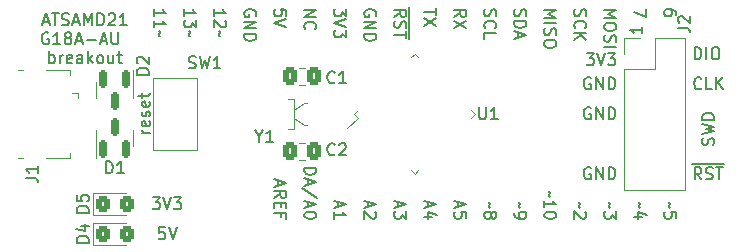
<source format=gto>
G04 #@! TF.GenerationSoftware,KiCad,Pcbnew,(6.0.9)*
G04 #@! TF.CreationDate,2022-11-19T12:24:37+01:00*
G04 #@! TF.ProjectId,SAMD21 breakout,53414d44-3231-4206-9272-65616b6f7574,rev?*
G04 #@! TF.SameCoordinates,Original*
G04 #@! TF.FileFunction,Legend,Top*
G04 #@! TF.FilePolarity,Positive*
%FSLAX46Y46*%
G04 Gerber Fmt 4.6, Leading zero omitted, Abs format (unit mm)*
G04 Created by KiCad (PCBNEW (6.0.9)) date 2022-11-19 12:24:37*
%MOMM*%
%LPD*%
G01*
G04 APERTURE LIST*
G04 Aperture macros list*
%AMRoundRect*
0 Rectangle with rounded corners*
0 $1 Rounding radius*
0 $2 $3 $4 $5 $6 $7 $8 $9 X,Y pos of 4 corners*
0 Add a 4 corners polygon primitive as box body*
4,1,4,$2,$3,$4,$5,$6,$7,$8,$9,$2,$3,0*
0 Add four circle primitives for the rounded corners*
1,1,$1+$1,$2,$3*
1,1,$1+$1,$4,$5*
1,1,$1+$1,$6,$7*
1,1,$1+$1,$8,$9*
0 Add four rect primitives between the rounded corners*
20,1,$1+$1,$2,$3,$4,$5,0*
20,1,$1+$1,$4,$5,$6,$7,0*
20,1,$1+$1,$6,$7,$8,$9,0*
20,1,$1+$1,$8,$9,$2,$3,0*%
G04 Aperture macros list end*
%ADD10C,0.150000*%
%ADD11C,0.120000*%
%ADD12RoundRect,0.250000X-0.325000X-0.450000X0.325000X-0.450000X0.325000X0.450000X-0.325000X0.450000X0*%
%ADD13RoundRect,0.150000X0.150000X-0.587500X0.150000X0.587500X-0.150000X0.587500X-0.150000X-0.587500X0*%
%ADD14R,1.700000X1.700000*%
%ADD15O,1.700000X1.700000*%
%ADD16RoundRect,0.150000X-0.150000X0.587500X-0.150000X-0.587500X0.150000X-0.587500X0.150000X0.587500X0*%
%ADD17RoundRect,0.250000X0.337500X0.475000X-0.337500X0.475000X-0.337500X-0.475000X0.337500X-0.475000X0*%
%ADD18C,1.000000*%
%ADD19R,6.500000X2.200000*%
%ADD20R,1.500000X1.500000*%
%ADD21C,2.200000*%
%ADD22RoundRect,0.075000X-0.415425X-0.521491X0.521491X0.415425X0.415425X0.521491X-0.521491X-0.415425X0*%
%ADD23RoundRect,0.075000X0.415425X-0.521491X0.521491X-0.415425X-0.415425X0.521491X-0.521491X0.415425X0*%
%ADD24R,1.350000X0.400000*%
%ADD25O,1.550000X0.890000*%
%ADD26R,1.550000X1.200000*%
%ADD27R,1.550000X1.500000*%
%ADD28O,0.950000X1.250000*%
G04 APERTURE END LIST*
D10*
X26318785Y10660000D02*
X26223547Y10707619D01*
X26080690Y10707619D01*
X25937833Y10660000D01*
X25842595Y10564761D01*
X25794976Y10469523D01*
X25747357Y10279047D01*
X25747357Y10136190D01*
X25794976Y9945714D01*
X25842595Y9850476D01*
X25937833Y9755238D01*
X26080690Y9707619D01*
X26175928Y9707619D01*
X26318785Y9755238D01*
X26366404Y9802857D01*
X26366404Y10136190D01*
X26175928Y10136190D01*
X26794976Y9707619D02*
X26794976Y10707619D01*
X27366404Y9707619D01*
X27366404Y10707619D01*
X27842595Y9707619D02*
X27842595Y10707619D01*
X28080690Y10707619D01*
X28223547Y10660000D01*
X28318785Y10564761D01*
X28366404Y10469523D01*
X28414023Y10279047D01*
X28414023Y10136190D01*
X28366404Y9945714D01*
X28318785Y9850476D01*
X28223547Y9755238D01*
X28080690Y9707619D01*
X27842595Y9707619D01*
X25985452Y15279619D02*
X26604500Y15279619D01*
X26271166Y14898666D01*
X26414023Y14898666D01*
X26509261Y14851047D01*
X26556880Y14803428D01*
X26604500Y14708190D01*
X26604500Y14470095D01*
X26556880Y14374857D01*
X26509261Y14327238D01*
X26414023Y14279619D01*
X26128309Y14279619D01*
X26033071Y14327238D01*
X25985452Y14374857D01*
X26890214Y15279619D02*
X27223547Y14279619D01*
X27556880Y15279619D01*
X27794976Y15279619D02*
X28414023Y15279619D01*
X28080690Y14898666D01*
X28223547Y14898666D01*
X28318785Y14851047D01*
X28366404Y14803428D01*
X28414023Y14708190D01*
X28414023Y14470095D01*
X28366404Y14374857D01*
X28318785Y14327238D01*
X28223547Y14279619D01*
X27937833Y14279619D01*
X27842595Y14327238D01*
X27794976Y14374857D01*
X4913333Y2732547D02*
X4913333Y2256357D01*
X4627619Y2827785D02*
X5627619Y2494452D01*
X4627619Y2161119D01*
X4627619Y1303976D02*
X4627619Y1875404D01*
X4627619Y1589690D02*
X5627619Y1589690D01*
X5484761Y1684928D01*
X5389523Y1780166D01*
X5341904Y1875404D01*
X26318785Y13200000D02*
X26223547Y13247619D01*
X26080690Y13247619D01*
X25937833Y13200000D01*
X25842595Y13104761D01*
X25794976Y13009523D01*
X25747357Y12819047D01*
X25747357Y12676190D01*
X25794976Y12485714D01*
X25842595Y12390476D01*
X25937833Y12295238D01*
X26080690Y12247619D01*
X26175928Y12247619D01*
X26318785Y12295238D01*
X26366404Y12342857D01*
X26366404Y12676190D01*
X26175928Y12676190D01*
X26794976Y12247619D02*
X26794976Y13247619D01*
X27366404Y12247619D01*
X27366404Y13247619D01*
X27842595Y12247619D02*
X27842595Y13247619D01*
X28080690Y13247619D01*
X28223547Y13200000D01*
X28318785Y13104761D01*
X28366404Y13009523D01*
X28414023Y12819047D01*
X28414023Y12676190D01*
X28366404Y12485714D01*
X28318785Y12390476D01*
X28223547Y12295238D01*
X28080690Y12247619D01*
X27842595Y12247619D01*
X20248571Y2684928D02*
X20296190Y2637309D01*
X20343809Y2542071D01*
X20248571Y2351595D01*
X20296190Y2256357D01*
X20343809Y2208738D01*
X19867619Y1780166D02*
X19867619Y1589690D01*
X19915238Y1494452D01*
X19962857Y1446833D01*
X20105714Y1351595D01*
X20296190Y1303976D01*
X20677142Y1303976D01*
X20772380Y1351595D01*
X20820000Y1399214D01*
X20867619Y1494452D01*
X20867619Y1684928D01*
X20820000Y1780166D01*
X20772380Y1827785D01*
X20677142Y1875404D01*
X20439047Y1875404D01*
X20343809Y1827785D01*
X20296190Y1780166D01*
X20248571Y1684928D01*
X20248571Y1494452D01*
X20296190Y1399214D01*
X20343809Y1351595D01*
X20439047Y1303976D01*
X-10977619Y8540952D02*
X-11644285Y8540952D01*
X-11453809Y8540952D02*
X-11549047Y8588571D01*
X-11596666Y8636190D01*
X-11644285Y8731428D01*
X-11644285Y8826666D01*
X-11025238Y9540952D02*
X-10977619Y9445714D01*
X-10977619Y9255238D01*
X-11025238Y9159999D01*
X-11120476Y9112380D01*
X-11501428Y9112380D01*
X-11596666Y9159999D01*
X-11644285Y9255238D01*
X-11644285Y9445714D01*
X-11596666Y9540952D01*
X-11501428Y9588571D01*
X-11406190Y9588571D01*
X-11310952Y9112380D01*
X-11025238Y9969523D02*
X-10977619Y10064761D01*
X-10977619Y10255238D01*
X-11025238Y10350476D01*
X-11120476Y10398095D01*
X-11168095Y10398095D01*
X-11263333Y10350476D01*
X-11310952Y10255238D01*
X-11310952Y10112380D01*
X-11358571Y10017142D01*
X-11453809Y9969523D01*
X-11501428Y9969523D01*
X-11596666Y10017142D01*
X-11644285Y10112380D01*
X-11644285Y10255238D01*
X-11596666Y10350476D01*
X-11025238Y11207619D02*
X-10977619Y11112380D01*
X-10977619Y10921904D01*
X-11025238Y10826666D01*
X-11120476Y10779047D01*
X-11501428Y10779047D01*
X-11596666Y10826666D01*
X-11644285Y10921904D01*
X-11644285Y11112380D01*
X-11596666Y11207619D01*
X-11501428Y11255238D01*
X-11406190Y11255238D01*
X-11310952Y10779047D01*
X-11644285Y11540952D02*
X-11644285Y11921904D01*
X-11977619Y11683809D02*
X-11120476Y11683809D01*
X-11025238Y11731428D01*
X-10977619Y11826666D01*
X-10977619Y11921904D01*
X17708571Y2684928D02*
X17756190Y2637309D01*
X17803809Y2542071D01*
X17708571Y2351595D01*
X17756190Y2256357D01*
X17803809Y2208738D01*
X17899047Y1684928D02*
X17946666Y1780166D01*
X17994285Y1827785D01*
X18089523Y1875404D01*
X18137142Y1875404D01*
X18232380Y1827785D01*
X18280000Y1780166D01*
X18327619Y1684928D01*
X18327619Y1494452D01*
X18280000Y1399214D01*
X18232380Y1351595D01*
X18137142Y1303976D01*
X18089523Y1303976D01*
X17994285Y1351595D01*
X17946666Y1399214D01*
X17899047Y1494452D01*
X17899047Y1684928D01*
X17851428Y1780166D01*
X17803809Y1827785D01*
X17708571Y1875404D01*
X17518095Y1875404D01*
X17422857Y1827785D01*
X17375238Y1780166D01*
X17327619Y1684928D01*
X17327619Y1494452D01*
X17375238Y1399214D01*
X17422857Y1351595D01*
X17518095Y1303976D01*
X17708571Y1303976D01*
X17803809Y1351595D01*
X17851428Y1399214D01*
X17899047Y1494452D01*
X-5532380Y18444595D02*
X-5532380Y19016023D01*
X-5532380Y18730309D02*
X-4532380Y18730309D01*
X-4675238Y18825547D01*
X-4770476Y18920785D01*
X-4818095Y19016023D01*
X-4627619Y18063642D02*
X-4580000Y18016023D01*
X-4532380Y17920785D01*
X-4532380Y17682690D01*
X-4580000Y17587452D01*
X-4627619Y17539833D01*
X-4722857Y17492214D01*
X-4818095Y17492214D01*
X-4960952Y17539833D01*
X-5532380Y18111261D01*
X-5532380Y17492214D01*
X-5151428Y17206500D02*
X-5103809Y17158880D01*
X-5056190Y17063642D01*
X-5151428Y16873166D01*
X-5103809Y16777928D01*
X-5056190Y16730309D01*
X5627619Y19063642D02*
X5627619Y18444595D01*
X5246666Y18777928D01*
X5246666Y18635071D01*
X5199047Y18539833D01*
X5151428Y18492214D01*
X5056190Y18444595D01*
X4818095Y18444595D01*
X4722857Y18492214D01*
X4675238Y18539833D01*
X4627619Y18635071D01*
X4627619Y18920785D01*
X4675238Y19016023D01*
X4722857Y19063642D01*
X5627619Y18158880D02*
X4627619Y17825547D01*
X5627619Y17492214D01*
X5627619Y17254119D02*
X5627619Y16635071D01*
X5246666Y16968404D01*
X5246666Y16825547D01*
X5199047Y16730309D01*
X5151428Y16682690D01*
X5056190Y16635071D01*
X4818095Y16635071D01*
X4722857Y16682690D01*
X4675238Y16730309D01*
X4627619Y16825547D01*
X4627619Y17111261D01*
X4675238Y17206500D01*
X4722857Y17254119D01*
X13247619Y19111261D02*
X13247619Y18539833D01*
X12247619Y18825547D02*
X13247619Y18825547D01*
X13247619Y18301738D02*
X12247619Y17635071D01*
X13247619Y17635071D02*
X12247619Y18301738D01*
X8120000Y18444595D02*
X8167619Y18539833D01*
X8167619Y18682690D01*
X8120000Y18825547D01*
X8024761Y18920785D01*
X7929523Y18968404D01*
X7739047Y19016023D01*
X7596190Y19016023D01*
X7405714Y18968404D01*
X7310476Y18920785D01*
X7215238Y18825547D01*
X7167619Y18682690D01*
X7167619Y18587452D01*
X7215238Y18444595D01*
X7262857Y18396976D01*
X7596190Y18396976D01*
X7596190Y18587452D01*
X7167619Y17968404D02*
X8167619Y17968404D01*
X7167619Y17396976D01*
X8167619Y17396976D01*
X7167619Y16920785D02*
X8167619Y16920785D01*
X8167619Y16682690D01*
X8120000Y16539833D01*
X8024761Y16444595D01*
X7929523Y16396976D01*
X7739047Y16349357D01*
X7596190Y16349357D01*
X7405714Y16396976D01*
X7310476Y16444595D01*
X7215238Y16539833D01*
X7167619Y16682690D01*
X7167619Y16920785D01*
X22788571Y3637309D02*
X22836190Y3589690D01*
X22883809Y3494452D01*
X22788571Y3303976D01*
X22836190Y3208738D01*
X22883809Y3161119D01*
X22407619Y2256357D02*
X22407619Y2827785D01*
X22407619Y2542071D02*
X23407619Y2542071D01*
X23264761Y2637309D01*
X23169523Y2732547D01*
X23121904Y2827785D01*
X23407619Y1637309D02*
X23407619Y1542071D01*
X23360000Y1446833D01*
X23312380Y1399214D01*
X23217142Y1351595D01*
X23026666Y1303976D01*
X22788571Y1303976D01*
X22598095Y1351595D01*
X22502857Y1399214D01*
X22455238Y1446833D01*
X22407619Y1542071D01*
X22407619Y1637309D01*
X22455238Y1732547D01*
X22502857Y1780166D01*
X22598095Y1827785D01*
X22788571Y1875404D01*
X23026666Y1875404D01*
X23217142Y1827785D01*
X23312380Y1780166D01*
X23360000Y1732547D01*
X23407619Y1637309D01*
X30678380Y17557714D02*
X30678380Y16986285D01*
X30678380Y17272000D02*
X29678380Y17272000D01*
X29821238Y17176761D01*
X29916476Y17081523D01*
X29964095Y16986285D01*
X-10612380Y18444595D02*
X-10612380Y19016023D01*
X-10612380Y18730309D02*
X-9612380Y18730309D01*
X-9755238Y18825547D01*
X-9850476Y18920785D01*
X-9898095Y19016023D01*
X-10612380Y17492214D02*
X-10612380Y18063642D01*
X-10612380Y17777928D02*
X-9612380Y17777928D01*
X-9755238Y17873166D01*
X-9850476Y17968404D01*
X-9898095Y18063642D01*
X-10231428Y17206500D02*
X-10183809Y17158880D01*
X-10136190Y17063642D01*
X-10231428Y16873166D01*
X-10183809Y16777928D01*
X-10136190Y16730309D01*
X12533333Y2732547D02*
X12533333Y2256357D01*
X12247619Y2827785D02*
X13247619Y2494452D01*
X12247619Y2161119D01*
X12914285Y1399214D02*
X12247619Y1399214D01*
X13295238Y1637309D02*
X12580952Y1875404D01*
X12580952Y1256357D01*
X27487619Y18968404D02*
X28487619Y18968404D01*
X27773333Y18635071D01*
X28487619Y18301738D01*
X27487619Y18301738D01*
X28487619Y17635071D02*
X28487619Y17444595D01*
X28440000Y17349357D01*
X28344761Y17254119D01*
X28154285Y17206500D01*
X27820952Y17206500D01*
X27630476Y17254119D01*
X27535238Y17349357D01*
X27487619Y17444595D01*
X27487619Y17635071D01*
X27535238Y17730309D01*
X27630476Y17825547D01*
X27820952Y17873166D01*
X28154285Y17873166D01*
X28344761Y17825547D01*
X28440000Y17730309D01*
X28487619Y17635071D01*
X27535238Y16825547D02*
X27487619Y16682690D01*
X27487619Y16444595D01*
X27535238Y16349357D01*
X27582857Y16301738D01*
X27678095Y16254119D01*
X27773333Y16254119D01*
X27868571Y16301738D01*
X27916190Y16349357D01*
X27963809Y16444595D01*
X28011428Y16635071D01*
X28059047Y16730309D01*
X28106666Y16777928D01*
X28201904Y16825547D01*
X28297142Y16825547D01*
X28392380Y16777928D01*
X28440000Y16730309D01*
X28487619Y16635071D01*
X28487619Y16396976D01*
X28440000Y16254119D01*
X27487619Y15825547D02*
X28487619Y15825547D01*
X31027619Y19063642D02*
X31027619Y18396976D01*
X30027619Y18825547D01*
X-2040000Y18444595D02*
X-1992380Y18539833D01*
X-1992380Y18682690D01*
X-2040000Y18825547D01*
X-2135238Y18920785D01*
X-2230476Y18968404D01*
X-2420952Y19016023D01*
X-2563809Y19016023D01*
X-2754285Y18968404D01*
X-2849523Y18920785D01*
X-2944761Y18825547D01*
X-2992380Y18682690D01*
X-2992380Y18587452D01*
X-2944761Y18444595D01*
X-2897142Y18396976D01*
X-2563809Y18396976D01*
X-2563809Y18587452D01*
X-2992380Y17968404D02*
X-1992380Y17968404D01*
X-2992380Y17396976D01*
X-1992380Y17396976D01*
X-2992380Y16920785D02*
X-1992380Y16920785D01*
X-1992380Y16682690D01*
X-2040000Y16539833D01*
X-2135238Y16444595D01*
X-2230476Y16396976D01*
X-2420952Y16349357D01*
X-2563809Y16349357D01*
X-2754285Y16396976D01*
X-2849523Y16444595D01*
X-2944761Y16539833D01*
X-2992380Y16682690D01*
X-2992380Y16920785D01*
X547619Y18492214D02*
X547619Y18968404D01*
X71428Y19016023D01*
X119047Y18968404D01*
X166666Y18873166D01*
X166666Y18635071D01*
X119047Y18539833D01*
X71428Y18492214D01*
X-23809Y18444595D01*
X-261904Y18444595D01*
X-357142Y18492214D01*
X-404761Y18539833D01*
X-452380Y18635071D01*
X-452380Y18873166D01*
X-404761Y18968404D01*
X-357142Y19016023D01*
X547619Y18158880D02*
X-452380Y17825547D01*
X547619Y17492214D01*
X9993333Y2732547D02*
X9993333Y2256357D01*
X9707619Y2827785D02*
X10707619Y2494452D01*
X9707619Y2161119D01*
X10707619Y1923023D02*
X10707619Y1303976D01*
X10326666Y1637309D01*
X10326666Y1494452D01*
X10279047Y1399214D01*
X10231428Y1351595D01*
X10136190Y1303976D01*
X9898095Y1303976D01*
X9802857Y1351595D01*
X9755238Y1399214D01*
X9707619Y1494452D01*
X9707619Y1780166D01*
X9755238Y1875404D01*
X9802857Y1923023D01*
X22407619Y18968404D02*
X23407619Y18968404D01*
X22693333Y18635071D01*
X23407619Y18301738D01*
X22407619Y18301738D01*
X22407619Y17825547D02*
X23407619Y17825547D01*
X22455238Y17396976D02*
X22407619Y17254119D01*
X22407619Y17016023D01*
X22455238Y16920785D01*
X22502857Y16873166D01*
X22598095Y16825547D01*
X22693333Y16825547D01*
X22788571Y16873166D01*
X22836190Y16920785D01*
X22883809Y17016023D01*
X22931428Y17206500D01*
X22979047Y17301738D01*
X23026666Y17349357D01*
X23121904Y17396976D01*
X23217142Y17396976D01*
X23312380Y17349357D01*
X23360000Y17301738D01*
X23407619Y17206500D01*
X23407619Y16968404D01*
X23360000Y16825547D01*
X23407619Y16206500D02*
X23407619Y16016023D01*
X23360000Y15920785D01*
X23264761Y15825547D01*
X23074285Y15777928D01*
X22740952Y15777928D01*
X22550476Y15825547D01*
X22455238Y15920785D01*
X22407619Y16016023D01*
X22407619Y16206500D01*
X22455238Y16301738D01*
X22550476Y16396976D01*
X22740952Y16444595D01*
X23074285Y16444595D01*
X23264761Y16396976D01*
X23360000Y16301738D01*
X23407619Y16206500D01*
X30408571Y2684928D02*
X30456190Y2637309D01*
X30503809Y2542071D01*
X30408571Y2351595D01*
X30456190Y2256357D01*
X30503809Y2208738D01*
X30694285Y1399214D02*
X30027619Y1399214D01*
X31075238Y1637309D02*
X30360952Y1875404D01*
X30360952Y1256357D01*
X24995238Y19016023D02*
X24947619Y18873166D01*
X24947619Y18635071D01*
X24995238Y18539833D01*
X25042857Y18492214D01*
X25138095Y18444595D01*
X25233333Y18444595D01*
X25328571Y18492214D01*
X25376190Y18539833D01*
X25423809Y18635071D01*
X25471428Y18825547D01*
X25519047Y18920785D01*
X25566666Y18968404D01*
X25661904Y19016023D01*
X25757142Y19016023D01*
X25852380Y18968404D01*
X25900000Y18920785D01*
X25947619Y18825547D01*
X25947619Y18587452D01*
X25900000Y18444595D01*
X25042857Y17444595D02*
X24995238Y17492214D01*
X24947619Y17635071D01*
X24947619Y17730309D01*
X24995238Y17873166D01*
X25090476Y17968404D01*
X25185714Y18016023D01*
X25376190Y18063642D01*
X25519047Y18063642D01*
X25709523Y18016023D01*
X25804761Y17968404D01*
X25900000Y17873166D01*
X25947619Y17730309D01*
X25947619Y17635071D01*
X25900000Y17492214D01*
X25852380Y17444595D01*
X24947619Y17016023D02*
X25947619Y17016023D01*
X24947619Y16444595D02*
X25519047Y16873166D01*
X25947619Y16444595D02*
X25376190Y17016023D01*
X35705023Y12342857D02*
X35657404Y12295238D01*
X35514547Y12247619D01*
X35419309Y12247619D01*
X35276452Y12295238D01*
X35181214Y12390476D01*
X35133595Y12485714D01*
X35085976Y12676190D01*
X35085976Y12819047D01*
X35133595Y13009523D01*
X35181214Y13104761D01*
X35276452Y13200000D01*
X35419309Y13247619D01*
X35514547Y13247619D01*
X35657404Y13200000D01*
X35705023Y13152380D01*
X36609785Y12247619D02*
X36133595Y12247619D01*
X36133595Y13247619D01*
X36943119Y12247619D02*
X36943119Y13247619D01*
X37514547Y12247619D02*
X37085976Y12819047D01*
X37514547Y13247619D02*
X36943119Y12676190D01*
X15073333Y2732547D02*
X15073333Y2256357D01*
X14787619Y2827785D02*
X15787619Y2494452D01*
X14787619Y2161119D01*
X15787619Y1351595D02*
X15787619Y1827785D01*
X15311428Y1875404D01*
X15359047Y1827785D01*
X15406666Y1732547D01*
X15406666Y1494452D01*
X15359047Y1399214D01*
X15311428Y1351595D01*
X15216190Y1303976D01*
X14978095Y1303976D01*
X14882857Y1351595D01*
X14835238Y1399214D01*
X14787619Y1494452D01*
X14787619Y1732547D01*
X14835238Y1827785D01*
X14882857Y1875404D01*
X7453333Y2732547D02*
X7453333Y2256357D01*
X7167619Y2827785D02*
X8167619Y2494452D01*
X7167619Y2161119D01*
X8072380Y1875404D02*
X8120000Y1827785D01*
X8167619Y1732547D01*
X8167619Y1494452D01*
X8120000Y1399214D01*
X8072380Y1351595D01*
X7977142Y1303976D01*
X7881904Y1303976D01*
X7739047Y1351595D01*
X7167619Y1923023D01*
X7167619Y1303976D01*
X27868571Y2684928D02*
X27916190Y2637309D01*
X27963809Y2542071D01*
X27868571Y2351595D01*
X27916190Y2256357D01*
X27963809Y2208738D01*
X28487619Y1923023D02*
X28487619Y1303976D01*
X28106666Y1637309D01*
X28106666Y1494452D01*
X28059047Y1399214D01*
X28011428Y1351595D01*
X27916190Y1303976D01*
X27678095Y1303976D01*
X27582857Y1351595D01*
X27535238Y1399214D01*
X27487619Y1494452D01*
X27487619Y1780166D01*
X27535238Y1875404D01*
X27582857Y1923023D01*
X32948571Y2684928D02*
X32996190Y2637309D01*
X33043809Y2542071D01*
X32948571Y2351595D01*
X32996190Y2256357D01*
X33043809Y2208738D01*
X33567619Y1351595D02*
X33567619Y1827785D01*
X33091428Y1875404D01*
X33139047Y1827785D01*
X33186666Y1732547D01*
X33186666Y1494452D01*
X33139047Y1399214D01*
X33091428Y1351595D01*
X32996190Y1303976D01*
X32758095Y1303976D01*
X32662857Y1351595D01*
X32615238Y1399214D01*
X32567619Y1494452D01*
X32567619Y1732547D01*
X32615238Y1827785D01*
X32662857Y1875404D01*
X33567619Y18539833D02*
X33567619Y18730309D01*
X33520000Y18825547D01*
X33472380Y18873166D01*
X33329523Y18968404D01*
X33139047Y19016023D01*
X32758095Y19016023D01*
X32662857Y18968404D01*
X32615238Y18920785D01*
X32567619Y18825547D01*
X32567619Y18635071D01*
X32615238Y18539833D01*
X32662857Y18492214D01*
X32758095Y18444595D01*
X32996190Y18444595D01*
X33091428Y18492214D01*
X33139047Y18539833D01*
X33186666Y18635071D01*
X33186666Y18825547D01*
X33139047Y18920785D01*
X33091428Y18968404D01*
X32996190Y19016023D01*
X35133595Y14787619D02*
X35133595Y15787619D01*
X35371690Y15787619D01*
X35514547Y15740000D01*
X35609785Y15644761D01*
X35657404Y15549523D01*
X35705023Y15359047D01*
X35705023Y15216190D01*
X35657404Y15025714D01*
X35609785Y14930476D01*
X35514547Y14835238D01*
X35371690Y14787619D01*
X35133595Y14787619D01*
X36133595Y14787619D02*
X36133595Y15787619D01*
X36800261Y15787619D02*
X36990738Y15787619D01*
X37085976Y15740000D01*
X37181214Y15644761D01*
X37228833Y15454285D01*
X37228833Y15120952D01*
X37181214Y14930476D01*
X37085976Y14835238D01*
X36990738Y14787619D01*
X36800261Y14787619D01*
X36705023Y14835238D01*
X36609785Y14930476D01*
X36562166Y15120952D01*
X36562166Y15454285D01*
X36609785Y15644761D01*
X36705023Y15740000D01*
X36800261Y15787619D01*
X14787619Y18396976D02*
X15263809Y18730309D01*
X14787619Y18968404D02*
X15787619Y18968404D01*
X15787619Y18587452D01*
X15740000Y18492214D01*
X15692380Y18444595D01*
X15597142Y18396976D01*
X15454285Y18396976D01*
X15359047Y18444595D01*
X15311428Y18492214D01*
X15263809Y18587452D01*
X15263809Y18968404D01*
X15787619Y18063642D02*
X14787619Y17396976D01*
X15787619Y17396976D02*
X14787619Y18063642D01*
X-166666Y4542071D02*
X-166666Y4065880D01*
X-452380Y4637309D02*
X547619Y4303976D01*
X-452380Y3970642D01*
X-452380Y3065880D02*
X23809Y3399214D01*
X-452380Y3637309D02*
X547619Y3637309D01*
X547619Y3256357D01*
X500000Y3161119D01*
X452380Y3113500D01*
X357142Y3065880D01*
X214285Y3065880D01*
X119047Y3113500D01*
X71428Y3161119D01*
X23809Y3256357D01*
X23809Y3637309D01*
X71428Y2637309D02*
X71428Y2303976D01*
X-452380Y2161119D02*
X-452380Y2637309D01*
X547619Y2637309D01*
X547619Y2161119D01*
X71428Y1399214D02*
X71428Y1732547D01*
X-452380Y1732547D02*
X547619Y1732547D01*
X547619Y1256357D01*
X-10763095Y3087619D02*
X-10144047Y3087619D01*
X-10477380Y2706666D01*
X-10334523Y2706666D01*
X-10239285Y2659047D01*
X-10191666Y2611428D01*
X-10144047Y2516190D01*
X-10144047Y2278095D01*
X-10191666Y2182857D01*
X-10239285Y2135238D01*
X-10334523Y2087619D01*
X-10620238Y2087619D01*
X-10715476Y2135238D01*
X-10763095Y2182857D01*
X-9858333Y3087619D02*
X-9525000Y2087619D01*
X-9191666Y3087619D01*
X-8953571Y3087619D02*
X-8334523Y3087619D01*
X-8667857Y2706666D01*
X-8525000Y2706666D01*
X-8429761Y2659047D01*
X-8382142Y2611428D01*
X-8334523Y2516190D01*
X-8334523Y2278095D01*
X-8382142Y2182857D01*
X-8429761Y2135238D01*
X-8525000Y2087619D01*
X-8810714Y2087619D01*
X-8905952Y2135238D01*
X-8953571Y2182857D01*
X34895500Y5910000D02*
X35895500Y5910000D01*
X35705023Y4627619D02*
X35371690Y5103809D01*
X35133595Y4627619D02*
X35133595Y5627619D01*
X35514547Y5627619D01*
X35609785Y5580000D01*
X35657404Y5532380D01*
X35705023Y5437142D01*
X35705023Y5294285D01*
X35657404Y5199047D01*
X35609785Y5151428D01*
X35514547Y5103809D01*
X35133595Y5103809D01*
X35895500Y5910000D02*
X36847880Y5910000D01*
X36085976Y4675238D02*
X36228833Y4627619D01*
X36466928Y4627619D01*
X36562166Y4675238D01*
X36609785Y4722857D01*
X36657404Y4818095D01*
X36657404Y4913333D01*
X36609785Y5008571D01*
X36562166Y5056190D01*
X36466928Y5103809D01*
X36276452Y5151428D01*
X36181214Y5199047D01*
X36133595Y5246666D01*
X36085976Y5341904D01*
X36085976Y5437142D01*
X36133595Y5532380D01*
X36181214Y5580000D01*
X36276452Y5627619D01*
X36514547Y5627619D01*
X36657404Y5580000D01*
X36847880Y5910000D02*
X37609785Y5910000D01*
X36943119Y5627619D02*
X37514547Y5627619D01*
X37228833Y4627619D02*
X37228833Y5627619D01*
X17375238Y19016023D02*
X17327619Y18873166D01*
X17327619Y18635071D01*
X17375238Y18539833D01*
X17422857Y18492214D01*
X17518095Y18444595D01*
X17613333Y18444595D01*
X17708571Y18492214D01*
X17756190Y18539833D01*
X17803809Y18635071D01*
X17851428Y18825547D01*
X17899047Y18920785D01*
X17946666Y18968404D01*
X18041904Y19016023D01*
X18137142Y19016023D01*
X18232380Y18968404D01*
X18280000Y18920785D01*
X18327619Y18825547D01*
X18327619Y18587452D01*
X18280000Y18444595D01*
X17422857Y17444595D02*
X17375238Y17492214D01*
X17327619Y17635071D01*
X17327619Y17730309D01*
X17375238Y17873166D01*
X17470476Y17968404D01*
X17565714Y18016023D01*
X17756190Y18063642D01*
X17899047Y18063642D01*
X18089523Y18016023D01*
X18184761Y17968404D01*
X18280000Y17873166D01*
X18327619Y17730309D01*
X18327619Y17635071D01*
X18280000Y17492214D01*
X18232380Y17444595D01*
X17327619Y16539833D02*
X17327619Y17016023D01*
X18327619Y17016023D01*
X36726761Y7532857D02*
X36774380Y7675714D01*
X36774380Y7913809D01*
X36726761Y8009047D01*
X36679142Y8056666D01*
X36583904Y8104285D01*
X36488666Y8104285D01*
X36393428Y8056666D01*
X36345809Y8009047D01*
X36298190Y7913809D01*
X36250571Y7723333D01*
X36202952Y7628095D01*
X36155333Y7580476D01*
X36060095Y7532857D01*
X35964857Y7532857D01*
X35869619Y7580476D01*
X35822000Y7628095D01*
X35774380Y7723333D01*
X35774380Y7961428D01*
X35822000Y8104285D01*
X35774380Y8437619D02*
X36774380Y8675714D01*
X36060095Y8866190D01*
X36774380Y9056666D01*
X35774380Y9294761D01*
X36774380Y9675714D02*
X35774380Y9675714D01*
X35774380Y9913809D01*
X35822000Y10056666D01*
X35917238Y10151904D01*
X36012476Y10199523D01*
X36202952Y10247142D01*
X36345809Y10247142D01*
X36536285Y10199523D01*
X36631523Y10151904D01*
X36726761Y10056666D01*
X36774380Y9913809D01*
X36774380Y9675714D01*
X2087619Y18968404D02*
X3087619Y18968404D01*
X2087619Y18396976D01*
X3087619Y18396976D01*
X2182857Y17349357D02*
X2135238Y17396976D01*
X2087619Y17539833D01*
X2087619Y17635071D01*
X2135238Y17777928D01*
X2230476Y17873166D01*
X2325714Y17920785D01*
X2516190Y17968404D01*
X2659047Y17968404D01*
X2849523Y17920785D01*
X2944761Y17873166D01*
X3040000Y17777928D01*
X3087619Y17635071D01*
X3087619Y17539833D01*
X3040000Y17396976D01*
X2992380Y17349357D01*
X19915238Y19016023D02*
X19867619Y18873166D01*
X19867619Y18635071D01*
X19915238Y18539833D01*
X19962857Y18492214D01*
X20058095Y18444595D01*
X20153333Y18444595D01*
X20248571Y18492214D01*
X20296190Y18539833D01*
X20343809Y18635071D01*
X20391428Y18825547D01*
X20439047Y18920785D01*
X20486666Y18968404D01*
X20581904Y19016023D01*
X20677142Y19016023D01*
X20772380Y18968404D01*
X20820000Y18920785D01*
X20867619Y18825547D01*
X20867619Y18587452D01*
X20820000Y18444595D01*
X19867619Y18016023D02*
X20867619Y18016023D01*
X20867619Y17777928D01*
X20820000Y17635071D01*
X20724761Y17539833D01*
X20629523Y17492214D01*
X20439047Y17444595D01*
X20296190Y17444595D01*
X20105714Y17492214D01*
X20010476Y17539833D01*
X19915238Y17635071D01*
X19867619Y17777928D01*
X19867619Y18016023D01*
X20153333Y17063642D02*
X20153333Y16587452D01*
X19867619Y17158880D02*
X20867619Y16825547D01*
X19867619Y16492214D01*
X26318785Y5580000D02*
X26223547Y5627619D01*
X26080690Y5627619D01*
X25937833Y5580000D01*
X25842595Y5484761D01*
X25794976Y5389523D01*
X25747357Y5199047D01*
X25747357Y5056190D01*
X25794976Y4865714D01*
X25842595Y4770476D01*
X25937833Y4675238D01*
X26080690Y4627619D01*
X26175928Y4627619D01*
X26318785Y4675238D01*
X26366404Y4722857D01*
X26366404Y5056190D01*
X26175928Y5056190D01*
X26794976Y4627619D02*
X26794976Y5627619D01*
X27366404Y4627619D01*
X27366404Y5627619D01*
X27842595Y4627619D02*
X27842595Y5627619D01*
X28080690Y5627619D01*
X28223547Y5580000D01*
X28318785Y5484761D01*
X28366404Y5389523D01*
X28414023Y5199047D01*
X28414023Y5056190D01*
X28366404Y4865714D01*
X28318785Y4770476D01*
X28223547Y4675238D01*
X28080690Y4627619D01*
X27842595Y4627619D01*
X-20057619Y17953333D02*
X-19581428Y17953333D01*
X-20152857Y17667619D02*
X-19819523Y18667619D01*
X-19486190Y17667619D01*
X-19295714Y18667619D02*
X-18724285Y18667619D01*
X-19010000Y17667619D02*
X-19010000Y18667619D01*
X-18438571Y17715238D02*
X-18295714Y17667619D01*
X-18057619Y17667619D01*
X-17962380Y17715238D01*
X-17914761Y17762857D01*
X-17867142Y17858095D01*
X-17867142Y17953333D01*
X-17914761Y18048571D01*
X-17962380Y18096190D01*
X-18057619Y18143809D01*
X-18248095Y18191428D01*
X-18343333Y18239047D01*
X-18390952Y18286666D01*
X-18438571Y18381904D01*
X-18438571Y18477142D01*
X-18390952Y18572380D01*
X-18343333Y18620000D01*
X-18248095Y18667619D01*
X-18010000Y18667619D01*
X-17867142Y18620000D01*
X-17486190Y17953333D02*
X-17010000Y17953333D01*
X-17581428Y17667619D02*
X-17248095Y18667619D01*
X-16914761Y17667619D01*
X-16581428Y17667619D02*
X-16581428Y18667619D01*
X-16248095Y17953333D01*
X-15914761Y18667619D01*
X-15914761Y17667619D01*
X-15438571Y17667619D02*
X-15438571Y18667619D01*
X-15200476Y18667619D01*
X-15057619Y18620000D01*
X-14962380Y18524761D01*
X-14914761Y18429523D01*
X-14867142Y18239047D01*
X-14867142Y18096190D01*
X-14914761Y17905714D01*
X-14962380Y17810476D01*
X-15057619Y17715238D01*
X-15200476Y17667619D01*
X-15438571Y17667619D01*
X-14486190Y18572380D02*
X-14438571Y18620000D01*
X-14343333Y18667619D01*
X-14105238Y18667619D01*
X-14010000Y18620000D01*
X-13962380Y18572380D01*
X-13914761Y18477142D01*
X-13914761Y18381904D01*
X-13962380Y18239047D01*
X-14533809Y17667619D01*
X-13914761Y17667619D01*
X-12962380Y17667619D02*
X-13533809Y17667619D01*
X-13248095Y17667619D02*
X-13248095Y18667619D01*
X-13343333Y18524761D01*
X-13438571Y18429523D01*
X-13533809Y18381904D01*
X-19581428Y17010000D02*
X-19676666Y17057619D01*
X-19819523Y17057619D01*
X-19962380Y17010000D01*
X-20057619Y16914761D01*
X-20105238Y16819523D01*
X-20152857Y16629047D01*
X-20152857Y16486190D01*
X-20105238Y16295714D01*
X-20057619Y16200476D01*
X-19962380Y16105238D01*
X-19819523Y16057619D01*
X-19724285Y16057619D01*
X-19581428Y16105238D01*
X-19533809Y16152857D01*
X-19533809Y16486190D01*
X-19724285Y16486190D01*
X-18581428Y16057619D02*
X-19152857Y16057619D01*
X-18867142Y16057619D02*
X-18867142Y17057619D01*
X-18962380Y16914761D01*
X-19057619Y16819523D01*
X-19152857Y16771904D01*
X-18010000Y16629047D02*
X-18105238Y16676666D01*
X-18152857Y16724285D01*
X-18200476Y16819523D01*
X-18200476Y16867142D01*
X-18152857Y16962380D01*
X-18105238Y17010000D01*
X-18010000Y17057619D01*
X-17819523Y17057619D01*
X-17724285Y17010000D01*
X-17676666Y16962380D01*
X-17629047Y16867142D01*
X-17629047Y16819523D01*
X-17676666Y16724285D01*
X-17724285Y16676666D01*
X-17819523Y16629047D01*
X-18010000Y16629047D01*
X-18105238Y16581428D01*
X-18152857Y16533809D01*
X-18200476Y16438571D01*
X-18200476Y16248095D01*
X-18152857Y16152857D01*
X-18105238Y16105238D01*
X-18010000Y16057619D01*
X-17819523Y16057619D01*
X-17724285Y16105238D01*
X-17676666Y16152857D01*
X-17629047Y16248095D01*
X-17629047Y16438571D01*
X-17676666Y16533809D01*
X-17724285Y16581428D01*
X-17819523Y16629047D01*
X-17248095Y16343333D02*
X-16771904Y16343333D01*
X-17343333Y16057619D02*
X-17010000Y17057619D01*
X-16676666Y16057619D01*
X-16343333Y16438571D02*
X-15581428Y16438571D01*
X-15152857Y16343333D02*
X-14676666Y16343333D01*
X-15248095Y16057619D02*
X-14914761Y17057619D01*
X-14581428Y16057619D01*
X-14248095Y17057619D02*
X-14248095Y16248095D01*
X-14200476Y16152857D01*
X-14152857Y16105238D01*
X-14057619Y16057619D01*
X-13867142Y16057619D01*
X-13771904Y16105238D01*
X-13724285Y16152857D01*
X-13676666Y16248095D01*
X-13676666Y17057619D01*
X-19510000Y14447619D02*
X-19510000Y15447619D01*
X-19510000Y15066666D02*
X-19414761Y15114285D01*
X-19224285Y15114285D01*
X-19129047Y15066666D01*
X-19081428Y15019047D01*
X-19033809Y14923809D01*
X-19033809Y14638095D01*
X-19081428Y14542857D01*
X-19129047Y14495238D01*
X-19224285Y14447619D01*
X-19414761Y14447619D01*
X-19510000Y14495238D01*
X-18605238Y14447619D02*
X-18605238Y15114285D01*
X-18605238Y14923809D02*
X-18557619Y15019047D01*
X-18510000Y15066666D01*
X-18414761Y15114285D01*
X-18319523Y15114285D01*
X-17605238Y14495238D02*
X-17700476Y14447619D01*
X-17890952Y14447619D01*
X-17986190Y14495238D01*
X-18033809Y14590476D01*
X-18033809Y14971428D01*
X-17986190Y15066666D01*
X-17890952Y15114285D01*
X-17700476Y15114285D01*
X-17605238Y15066666D01*
X-17557619Y14971428D01*
X-17557619Y14876190D01*
X-18033809Y14780952D01*
X-16700476Y14447619D02*
X-16700476Y14971428D01*
X-16748095Y15066666D01*
X-16843333Y15114285D01*
X-17033809Y15114285D01*
X-17129047Y15066666D01*
X-16700476Y14495238D02*
X-16795714Y14447619D01*
X-17033809Y14447619D01*
X-17129047Y14495238D01*
X-17176666Y14590476D01*
X-17176666Y14685714D01*
X-17129047Y14780952D01*
X-17033809Y14828571D01*
X-16795714Y14828571D01*
X-16700476Y14876190D01*
X-16224285Y14447619D02*
X-16224285Y15447619D01*
X-16129047Y14828571D02*
X-15843333Y14447619D01*
X-15843333Y15114285D02*
X-16224285Y14733333D01*
X-15271904Y14447619D02*
X-15367142Y14495238D01*
X-15414761Y14542857D01*
X-15462380Y14638095D01*
X-15462380Y14923809D01*
X-15414761Y15019047D01*
X-15367142Y15066666D01*
X-15271904Y15114285D01*
X-15129047Y15114285D01*
X-15033809Y15066666D01*
X-14986190Y15019047D01*
X-14938571Y14923809D01*
X-14938571Y14638095D01*
X-14986190Y14542857D01*
X-15033809Y14495238D01*
X-15129047Y14447619D01*
X-15271904Y14447619D01*
X-14081428Y15114285D02*
X-14081428Y14447619D01*
X-14510000Y15114285D02*
X-14510000Y14590476D01*
X-14462380Y14495238D01*
X-14367142Y14447619D01*
X-14224285Y14447619D01*
X-14129047Y14495238D01*
X-14081428Y14542857D01*
X-13748095Y15114285D02*
X-13367142Y15114285D01*
X-13605238Y15447619D02*
X-13605238Y14590476D01*
X-13557619Y14495238D01*
X-13462380Y14447619D01*
X-13367142Y14447619D01*
X25328571Y2684928D02*
X25376190Y2637309D01*
X25423809Y2542071D01*
X25328571Y2351595D01*
X25376190Y2256357D01*
X25423809Y2208738D01*
X25852380Y1875404D02*
X25900000Y1827785D01*
X25947619Y1732547D01*
X25947619Y1494452D01*
X25900000Y1399214D01*
X25852380Y1351595D01*
X25757142Y1303976D01*
X25661904Y1303976D01*
X25519047Y1351595D01*
X24947619Y1923023D01*
X24947619Y1303976D01*
X-8072380Y18444595D02*
X-8072380Y19016023D01*
X-8072380Y18730309D02*
X-7072380Y18730309D01*
X-7215238Y18825547D01*
X-7310476Y18920785D01*
X-7358095Y19016023D01*
X-7072380Y18111261D02*
X-7072380Y17492214D01*
X-7453333Y17825547D01*
X-7453333Y17682690D01*
X-7500952Y17587452D01*
X-7548571Y17539833D01*
X-7643809Y17492214D01*
X-7881904Y17492214D01*
X-7977142Y17539833D01*
X-8024761Y17587452D01*
X-8072380Y17682690D01*
X-8072380Y17968404D01*
X-8024761Y18063642D01*
X-7977142Y18111261D01*
X-7691428Y17206500D02*
X-7643809Y17158880D01*
X-7596190Y17063642D01*
X-7691428Y16873166D01*
X-7643809Y16777928D01*
X-7596190Y16730309D01*
X10990000Y19206500D02*
X10990000Y18206500D01*
X9707619Y18396976D02*
X10183809Y18730309D01*
X9707619Y18968404D02*
X10707619Y18968404D01*
X10707619Y18587452D01*
X10660000Y18492214D01*
X10612380Y18444595D01*
X10517142Y18396976D01*
X10374285Y18396976D01*
X10279047Y18444595D01*
X10231428Y18492214D01*
X10183809Y18587452D01*
X10183809Y18968404D01*
X10990000Y18206500D02*
X10990000Y17254119D01*
X9755238Y18016023D02*
X9707619Y17873166D01*
X9707619Y17635071D01*
X9755238Y17539833D01*
X9802857Y17492214D01*
X9898095Y17444595D01*
X9993333Y17444595D01*
X10088571Y17492214D01*
X10136190Y17539833D01*
X10183809Y17635071D01*
X10231428Y17825547D01*
X10279047Y17920785D01*
X10326666Y17968404D01*
X10421904Y18016023D01*
X10517142Y18016023D01*
X10612380Y17968404D01*
X10660000Y17920785D01*
X10707619Y17825547D01*
X10707619Y17587452D01*
X10660000Y17444595D01*
X10990000Y17254119D02*
X10990000Y16492214D01*
X10707619Y17158880D02*
X10707619Y16587452D01*
X9707619Y16873166D02*
X10707619Y16873166D01*
X-9715476Y547619D02*
X-10191666Y547619D01*
X-10239285Y71428D01*
X-10191666Y119047D01*
X-10096428Y166666D01*
X-9858333Y166666D01*
X-9763095Y119047D01*
X-9715476Y71428D01*
X-9667857Y-23809D01*
X-9667857Y-261904D01*
X-9715476Y-357142D01*
X-9763095Y-404761D01*
X-9858333Y-452380D01*
X-10096428Y-452380D01*
X-10191666Y-404761D01*
X-10239285Y-357142D01*
X-9382142Y547619D02*
X-9048809Y-452380D01*
X-8715476Y547619D01*
X2087619Y5589690D02*
X3087619Y5589690D01*
X3087619Y5351595D01*
X3040000Y5208738D01*
X2944761Y5113500D01*
X2849523Y5065880D01*
X2659047Y5018261D01*
X2516190Y5018261D01*
X2325714Y5065880D01*
X2230476Y5113500D01*
X2135238Y5208738D01*
X2087619Y5351595D01*
X2087619Y5589690D01*
X2373333Y4637309D02*
X2373333Y4161119D01*
X2087619Y4732547D02*
X3087619Y4399214D01*
X2087619Y4065880D01*
X3135238Y3018261D02*
X1849523Y3875404D01*
X2373333Y2732547D02*
X2373333Y2256357D01*
X2087619Y2827785D02*
X3087619Y2494452D01*
X2087619Y2161119D01*
X3087619Y1637309D02*
X3087619Y1542071D01*
X3040000Y1446833D01*
X2992380Y1399214D01*
X2897142Y1351595D01*
X2706666Y1303976D01*
X2468571Y1303976D01*
X2278095Y1351595D01*
X2182857Y1399214D01*
X2135238Y1446833D01*
X2087619Y1542071D01*
X2087619Y1637309D01*
X2135238Y1732547D01*
X2182857Y1780166D01*
X2278095Y1827785D01*
X2468571Y1875404D01*
X2706666Y1875404D01*
X2897142Y1827785D01*
X2992380Y1780166D01*
X3040000Y1732547D01*
X3087619Y1637309D01*
X-16184619Y-738095D02*
X-17184619Y-738095D01*
X-17184619Y-499999D01*
X-17137000Y-357142D01*
X-17041761Y-261904D01*
X-16946523Y-214285D01*
X-16756047Y-166666D01*
X-16613190Y-166666D01*
X-16422714Y-214285D01*
X-16327476Y-261904D01*
X-16232238Y-357142D01*
X-16184619Y-500000D01*
X-16184619Y-738095D01*
X-16851285Y690476D02*
X-16184619Y690476D01*
X-17232238Y452380D02*
X-16517952Y214285D01*
X-16517952Y833333D01*
X-14708095Y5135619D02*
X-14708095Y6135619D01*
X-14470000Y6135619D01*
X-14327142Y6088000D01*
X-14231904Y5992761D01*
X-14184285Y5897523D01*
X-14136666Y5707047D01*
X-14136666Y5564190D01*
X-14184285Y5373714D01*
X-14231904Y5278476D01*
X-14327142Y5183238D01*
X-14470000Y5135619D01*
X-14708095Y5135619D01*
X-13184285Y5135619D02*
X-13755714Y5135619D01*
X-13470000Y5135619D02*
X-13470000Y6135619D01*
X-13565238Y5992761D01*
X-13660476Y5897523D01*
X-13755714Y5849904D01*
X33742380Y17446666D02*
X34456666Y17446666D01*
X34599523Y17399047D01*
X34694761Y17303809D01*
X34742380Y17160952D01*
X34742380Y17065714D01*
X33837619Y17875238D02*
X33790000Y17922857D01*
X33742380Y18018095D01*
X33742380Y18256190D01*
X33790000Y18351428D01*
X33837619Y18399047D01*
X33932857Y18446666D01*
X34028095Y18446666D01*
X34170952Y18399047D01*
X34742380Y17827619D01*
X34742380Y18446666D01*
X-11104619Y13485904D02*
X-12104619Y13485904D01*
X-12104619Y13724000D01*
X-12057000Y13866857D01*
X-11961761Y13962095D01*
X-11866523Y14009714D01*
X-11676047Y14057333D01*
X-11533190Y14057333D01*
X-11342714Y14009714D01*
X-11247476Y13962095D01*
X-11152238Y13866857D01*
X-11104619Y13724000D01*
X-11104619Y13485904D01*
X-12009380Y14438285D02*
X-12057000Y14485904D01*
X-12104619Y14581142D01*
X-12104619Y14819238D01*
X-12057000Y14914476D01*
X-12009380Y14962095D01*
X-11914142Y15009714D01*
X-11818904Y15009714D01*
X-11676047Y14962095D01*
X-11104619Y14390666D01*
X-11104619Y15009714D01*
X4659333Y6754857D02*
X4611714Y6707238D01*
X4468857Y6659619D01*
X4373619Y6659619D01*
X4230761Y6707238D01*
X4135523Y6802476D01*
X4087904Y6897714D01*
X4040285Y7088190D01*
X4040285Y7231047D01*
X4087904Y7421523D01*
X4135523Y7516761D01*
X4230761Y7612000D01*
X4373619Y7659619D01*
X4468857Y7659619D01*
X4611714Y7612000D01*
X4659333Y7564380D01*
X5040285Y7564380D02*
X5087904Y7612000D01*
X5183142Y7659619D01*
X5421238Y7659619D01*
X5516476Y7612000D01*
X5564095Y7564380D01*
X5611714Y7469142D01*
X5611714Y7373904D01*
X5564095Y7231047D01*
X4992666Y6659619D01*
X5611714Y6659619D01*
X-1746190Y8278809D02*
X-1746190Y7802619D01*
X-2079523Y8802619D02*
X-1746190Y8278809D01*
X-1412857Y8802619D01*
X-555714Y7802619D02*
X-1127142Y7802619D01*
X-841428Y7802619D02*
X-841428Y8802619D01*
X-936666Y8659761D01*
X-1031904Y8564523D01*
X-1127142Y8516904D01*
X-7683333Y14073238D02*
X-7540476Y14025619D01*
X-7302380Y14025619D01*
X-7207142Y14073238D01*
X-7159523Y14120857D01*
X-7111904Y14216095D01*
X-7111904Y14311333D01*
X-7159523Y14406571D01*
X-7207142Y14454190D01*
X-7302380Y14501809D01*
X-7492857Y14549428D01*
X-7588095Y14597047D01*
X-7635714Y14644666D01*
X-7683333Y14739904D01*
X-7683333Y14835142D01*
X-7635714Y14930380D01*
X-7588095Y14978000D01*
X-7492857Y15025619D01*
X-7254761Y15025619D01*
X-7111904Y14978000D01*
X-6778571Y15025619D02*
X-6540476Y14025619D01*
X-6350000Y14739904D01*
X-6159523Y14025619D01*
X-5921428Y15025619D01*
X-5016666Y14025619D02*
X-5588095Y14025619D01*
X-5302380Y14025619D02*
X-5302380Y15025619D01*
X-5397619Y14882761D01*
X-5492857Y14787523D01*
X-5588095Y14739904D01*
X16891094Y10707619D02*
X16891094Y9898095D01*
X16938713Y9802857D01*
X16986332Y9755238D01*
X17081570Y9707619D01*
X17272046Y9707619D01*
X17367284Y9755238D01*
X17414903Y9802857D01*
X17462522Y9898095D01*
X17462522Y10707619D01*
X18462522Y9707619D02*
X17891094Y9707619D01*
X18176808Y9707619D02*
X18176808Y10707619D01*
X18081570Y10564761D01*
X17986332Y10469523D01*
X17891094Y10421904D01*
X4659333Y12850857D02*
X4611714Y12803238D01*
X4468857Y12755619D01*
X4373619Y12755619D01*
X4230761Y12803238D01*
X4135523Y12898476D01*
X4087904Y12993714D01*
X4040285Y13184190D01*
X4040285Y13327047D01*
X4087904Y13517523D01*
X4135523Y13612761D01*
X4230761Y13708000D01*
X4373619Y13755619D01*
X4468857Y13755619D01*
X4611714Y13708000D01*
X4659333Y13660380D01*
X5611714Y12755619D02*
X5040285Y12755619D01*
X5326000Y12755619D02*
X5326000Y13755619D01*
X5230761Y13612761D01*
X5135523Y13517523D01*
X5040285Y13469904D01*
X-21502619Y4746666D02*
X-20788333Y4746666D01*
X-20645476Y4699047D01*
X-20550238Y4603809D01*
X-20502619Y4460952D01*
X-20502619Y4365714D01*
X-20502619Y5746666D02*
X-20502619Y5175238D01*
X-20502619Y5460952D02*
X-21502619Y5460952D01*
X-21359761Y5365714D01*
X-21264523Y5270476D01*
X-21216904Y5175238D01*
X-16184619Y1801904D02*
X-17184619Y1801904D01*
X-17184619Y2040000D01*
X-17137000Y2182857D01*
X-17041761Y2278095D01*
X-16946523Y2325714D01*
X-16756047Y2373333D01*
X-16613190Y2373333D01*
X-16422714Y2325714D01*
X-16327476Y2278095D01*
X-16232238Y2182857D01*
X-16184619Y2040000D01*
X-16184619Y1801904D01*
X-17184619Y3278095D02*
X-17184619Y2801904D01*
X-16708428Y2754285D01*
X-16756047Y2801904D01*
X-16803666Y2897142D01*
X-16803666Y3135238D01*
X-16756047Y3230476D01*
X-16708428Y3278095D01*
X-16613190Y3325714D01*
X-16375095Y3325714D01*
X-16279857Y3278095D01*
X-16232238Y3230476D01*
X-16184619Y3135238D01*
X-16184619Y2897142D01*
X-16232238Y2801904D01*
X-16279857Y2754285D01*
D11*
X-15830000Y-960000D02*
X-12970000Y-960000D01*
X-15830000Y960000D02*
X-15830000Y-960000D01*
X-12970000Y960000D02*
X-15830000Y960000D01*
X-12410000Y8128000D02*
X-12410000Y8778000D01*
X-15530000Y8128000D02*
X-15530000Y8778000D01*
X-12410000Y8128000D02*
X-12410000Y7478000D01*
X-15530000Y8128000D02*
X-15530000Y6453000D01*
X34350000Y16570000D02*
X34350000Y3750000D01*
X29150000Y13970000D02*
X29150000Y3750000D01*
X29150000Y16570000D02*
X30480000Y16570000D01*
X29150000Y15240000D02*
X29150000Y16570000D01*
X31750000Y16570000D02*
X34350000Y16570000D01*
X31750000Y13970000D02*
X31750000Y16570000D01*
X29150000Y13970000D02*
X31750000Y13970000D01*
X29150000Y3750000D02*
X34350000Y3750000D01*
X-15530000Y12192000D02*
X-15530000Y11542000D01*
X-15530000Y12192000D02*
X-15530000Y12842000D01*
X-12410000Y12192000D02*
X-12410000Y13867000D01*
X-12410000Y12192000D02*
X-12410000Y11542000D01*
X2166252Y6250000D02*
X1643748Y6250000D01*
X2166252Y7720000D02*
X1643748Y7720000D01*
X1180000Y8860000D02*
X680000Y8860000D01*
X2080000Y11110000D02*
X2280000Y11110000D01*
X1180000Y10510000D02*
X2080000Y11110000D01*
X680000Y11460000D02*
X1180000Y11460000D01*
X1180000Y9810000D02*
X2080000Y9210000D01*
X2080000Y9210000D02*
X2280000Y9210000D01*
X1180000Y11460000D02*
X1180000Y8860000D01*
X-10740000Y13220000D02*
X-7040000Y13220000D01*
X-7040000Y13220000D02*
X-7040000Y7100000D01*
X-7040000Y7100000D02*
X-10740000Y7100000D01*
X-10740000Y7100000D02*
X-10740000Y13220000D01*
X6642887Y10478198D02*
X6324689Y10160000D01*
X11748198Y5372887D02*
X11430000Y5054689D01*
X6642887Y9841802D02*
X5730719Y8929634D01*
X11111802Y14947113D02*
X11430000Y15265311D01*
X6324689Y10160000D02*
X6642887Y9841802D01*
X11430000Y5054689D02*
X11111802Y5372887D01*
X11430000Y15265311D02*
X11748198Y14947113D01*
X16217113Y9841802D02*
X16535311Y10160000D01*
X16535311Y10160000D02*
X16217113Y10478198D01*
X2166252Y14070000D02*
X1643748Y14070000D01*
X2166252Y12600000D02*
X1643748Y12600000D01*
X-19751800Y13920000D02*
X-17771800Y13920000D01*
X-19751800Y6400000D02*
X-17771800Y6400000D01*
X-17771800Y6400000D02*
X-17771800Y6820000D01*
X-17771800Y13920000D02*
X-17771800Y13500000D01*
X-22121800Y13920000D02*
X-21721800Y13920000D01*
X-17091800Y11470000D02*
X-17091800Y11920000D01*
X-17541800Y11920000D02*
X-17091800Y11920000D01*
X-21721800Y6400000D02*
X-22121800Y6400000D01*
X-12970000Y3500000D02*
X-15830000Y3500000D01*
X-15830000Y1580000D02*
X-12970000Y1580000D01*
X-15830000Y3500000D02*
X-15830000Y1580000D01*
%LPC*%
D12*
X-14995000Y0D03*
X-12945000Y0D03*
D13*
X-14920000Y7190500D03*
X-13020000Y7190500D03*
X-13970000Y9065500D03*
D14*
X30480000Y15240000D03*
D15*
X33020000Y15240000D03*
X30480000Y12700000D03*
X33020000Y12700000D03*
X30480000Y10160000D03*
X33020000Y10160000D03*
X30480000Y7620000D03*
X33020000Y7620000D03*
X30480000Y5080000D03*
X33020000Y5080000D03*
D16*
X-13020000Y13129500D03*
X-14920000Y13129500D03*
X-13970000Y11254500D03*
D17*
X2942500Y6985000D03*
X867500Y6985000D03*
D18*
X2980000Y11110000D03*
X2980000Y9210000D03*
D19*
X-2770000Y10160000D03*
D20*
X-8890000Y14060000D03*
X-8890000Y6260000D03*
D21*
X-19884800Y-90000D03*
X37115200Y20410000D03*
D22*
X6542124Y9161212D03*
X6895678Y8807658D03*
X7249231Y8454105D03*
X7602785Y8100551D03*
X7956338Y7746998D03*
X8309891Y7393445D03*
X8663445Y7039891D03*
X9016998Y6686338D03*
X9370551Y6332785D03*
X9724105Y5979231D03*
X10077658Y5625678D03*
X10431212Y5272124D03*
D23*
X12428788Y5272124D03*
X12782342Y5625678D03*
X13135895Y5979231D03*
X13489449Y6332785D03*
X13843002Y6686338D03*
X14196555Y7039891D03*
X14550109Y7393445D03*
X14903662Y7746998D03*
X15257215Y8100551D03*
X15610769Y8454105D03*
X15964322Y8807658D03*
X16317876Y9161212D03*
D22*
X16317876Y11158788D03*
X15964322Y11512342D03*
X15610769Y11865895D03*
X15257215Y12219449D03*
X14903662Y12573002D03*
X14550109Y12926555D03*
X14196555Y13280109D03*
X13843002Y13633662D03*
X13489449Y13987215D03*
X13135895Y14340769D03*
X12782342Y14694322D03*
X12428788Y15047876D03*
D23*
X10431212Y15047876D03*
X10077658Y14694322D03*
X9724105Y14340769D03*
X9370551Y13987215D03*
X9016998Y13633662D03*
X8663445Y13280109D03*
X8309891Y12926555D03*
X7956338Y12573002D03*
X7602785Y12219449D03*
X7249231Y11865895D03*
X6895678Y11512342D03*
X6542124Y11158788D03*
D17*
X2942500Y13335000D03*
X867500Y13335000D03*
D21*
X37115200Y-90000D03*
D24*
X-18031800Y11460000D03*
X-18031800Y10810000D03*
X-18031800Y10160000D03*
X-18031800Y9510000D03*
X-18031800Y8860000D03*
D25*
X-20731800Y13660000D03*
D26*
X-20731800Y7260000D03*
D27*
X-20731800Y9160000D03*
D26*
X-20731800Y13060000D03*
D25*
X-20731800Y6660000D03*
D28*
X-18031800Y7660000D03*
X-18031800Y12660000D03*
D27*
X-20731800Y11160000D03*
D12*
X-14995000Y2540000D03*
X-12945000Y2540000D03*
D21*
X-19884800Y20410000D03*
D14*
X33020000Y20320000D03*
D15*
X30480000Y20320000D03*
X27940000Y20320000D03*
X25400000Y20320000D03*
X22860000Y20320000D03*
X20320000Y20320000D03*
X17780000Y20320000D03*
X15240000Y20320000D03*
X12700000Y20320000D03*
X10160000Y20320000D03*
X7620000Y20320000D03*
X5080000Y20320000D03*
X2540000Y20320000D03*
X0Y20320000D03*
X-2540000Y20320000D03*
X-5080000Y20320000D03*
X-7620000Y20320000D03*
X-10160000Y20320000D03*
D14*
X0Y0D03*
D15*
X2540000Y0D03*
X5080000Y0D03*
X7620000Y0D03*
X10160000Y0D03*
X12700000Y0D03*
X15240000Y0D03*
X17780000Y0D03*
X20320000Y0D03*
X22860000Y0D03*
X25400000Y0D03*
X27940000Y0D03*
X30480000Y0D03*
X33020000Y0D03*
M02*

</source>
